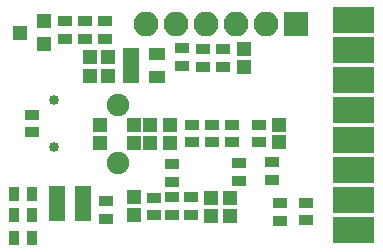
<source format=gbs>
%TF.GenerationSoftware,KiCad,Pcbnew,4.0.7*%
%TF.CreationDate,2017-12-01T19:39:18+08:00*%
%TF.ProjectId,ST-Link V2.1,53542D4C696E6B2056322E312E6B6963,rev?*%
%TF.FileFunction,Soldermask,Bot*%
%FSLAX46Y46*%
G04 Gerber Fmt 4.6, Leading zero omitted, Abs format (unit mm)*
G04 Created by KiCad (PCBNEW 4.0.7) date 12/01/17 19:39:18*
%MOMM*%
%LPD*%
G01*
G04 APERTURE LIST*
%ADD10C,0.100000*%
%ADD11C,1.900000*%
%ADD12R,1.300000X0.900000*%
%ADD13R,2.100000X2.100000*%
%ADD14O,2.100000X2.100000*%
%ADD15R,1.150000X1.200000*%
%ADD16R,1.460000X1.050000*%
%ADD17R,0.900000X1.300000*%
%ADD18R,1.300000X1.200000*%
%ADD19R,1.200000X1.150000*%
%ADD20C,0.850000*%
G04 APERTURE END LIST*
D10*
D11*
X9798600Y-14762400D03*
X9798600Y-9882400D03*
D12*
X14365000Y-14890000D03*
X14365000Y-16390000D03*
X22800000Y-16210000D03*
X22800000Y-14710000D03*
X20020000Y-14820000D03*
X20020000Y-16320000D03*
D10*
G36*
X31400000Y-1570000D02*
X31400000Y-3770000D01*
X28000000Y-3770000D01*
X28000000Y-1570000D01*
X31400000Y-1570000D01*
X31400000Y-1570000D01*
G37*
G36*
X31400000Y-4110000D02*
X31400000Y-6310000D01*
X28000000Y-6310000D01*
X28000000Y-4110000D01*
X31400000Y-4110000D01*
X31400000Y-4110000D01*
G37*
G36*
X31400000Y-6650000D02*
X31400000Y-8850000D01*
X28000000Y-8850000D01*
X28000000Y-6650000D01*
X31400000Y-6650000D01*
X31400000Y-6650000D01*
G37*
G36*
X31400000Y-9190000D02*
X31400000Y-11390000D01*
X28000000Y-11390000D01*
X28000000Y-9190000D01*
X31400000Y-9190000D01*
X31400000Y-9190000D01*
G37*
G36*
X31400000Y-11730000D02*
X31400000Y-13930000D01*
X28000000Y-13930000D01*
X28000000Y-11730000D01*
X31400000Y-11730000D01*
X31400000Y-11730000D01*
G37*
G36*
X31400000Y-14270000D02*
X31400000Y-16470000D01*
X28000000Y-16470000D01*
X28000000Y-14270000D01*
X31400000Y-14270000D01*
X31400000Y-14270000D01*
G37*
G36*
X31400000Y-16810000D02*
X31400000Y-19010000D01*
X28000000Y-19010000D01*
X28000000Y-16810000D01*
X31400000Y-16810000D01*
X31400000Y-16810000D01*
G37*
G36*
X31400000Y-19350000D02*
X31400000Y-21550000D01*
X28000000Y-21550000D01*
X28000000Y-19350000D01*
X31400000Y-19350000D01*
X31400000Y-19350000D01*
G37*
D13*
X24835400Y-3027600D03*
D14*
X22295400Y-3027600D03*
X19755400Y-3027600D03*
X17215400Y-3027600D03*
X14675400Y-3027600D03*
X12135400Y-3027600D03*
D12*
X16970000Y-6650000D03*
X16970000Y-5150000D03*
X16021600Y-13040000D03*
X16021600Y-11540000D03*
D15*
X17620000Y-17770000D03*
X17620000Y-19270000D03*
X23362200Y-13040000D03*
X23362200Y-11540000D03*
X20400000Y-6650000D03*
X20400000Y-5150000D03*
X14192800Y-13099400D03*
X14192800Y-11599400D03*
D12*
X8770000Y-19500000D03*
X8770000Y-18000000D03*
X25680912Y-18146150D03*
X25680912Y-19646150D03*
X23523600Y-19677000D03*
X23523600Y-18177000D03*
D16*
X4570000Y-19170000D03*
X4570000Y-18220000D03*
X4570000Y-17270000D03*
X6770000Y-17270000D03*
X6770000Y-19170000D03*
X6770000Y-18220000D03*
D12*
X18690000Y-5150000D03*
X18690000Y-6650000D03*
X17748800Y-11540000D03*
X17748800Y-13040000D03*
X19399800Y-13040000D03*
X19399800Y-11540000D03*
X21730000Y-11540000D03*
X21730000Y-13040000D03*
X8636200Y-2813400D03*
X8636200Y-4313400D03*
X15180000Y-5080000D03*
X15180000Y-6580000D03*
X5283400Y-4313400D03*
X5283400Y-2813400D03*
X6959800Y-2813400D03*
X6959800Y-4313400D03*
X2470200Y-10700000D03*
X2470200Y-12200000D03*
D17*
X2500000Y-21175000D03*
X1000000Y-21175000D03*
X2500000Y-17400000D03*
X1000000Y-17400000D03*
X2500000Y-19200000D03*
X1000000Y-19200000D03*
D12*
X14365000Y-17710400D03*
X14365000Y-19210400D03*
X15965200Y-17710400D03*
X15965200Y-19210400D03*
X12790200Y-17735800D03*
X12790200Y-19235800D03*
D18*
X3500000Y-2800000D03*
X3500000Y-4700000D03*
X1500000Y-3750000D03*
D15*
X12490000Y-13110000D03*
X12490000Y-11610000D03*
D19*
X8892600Y-5837600D03*
X7392600Y-5837600D03*
D15*
X11110000Y-11600000D03*
X11110000Y-13100000D03*
X8250000Y-13110000D03*
X8250000Y-11610000D03*
X11113800Y-19210400D03*
X11113800Y-17710400D03*
X19240000Y-17770000D03*
X19240000Y-19270000D03*
D19*
X8892600Y-7437800D03*
X7392600Y-7437800D03*
D16*
X10880000Y-7480000D03*
X10880000Y-6530000D03*
X10880000Y-5580000D03*
X13080000Y-5580000D03*
X13080000Y-7480000D03*
D20*
X4350000Y-9425000D03*
X4350000Y-13425000D03*
M02*

</source>
